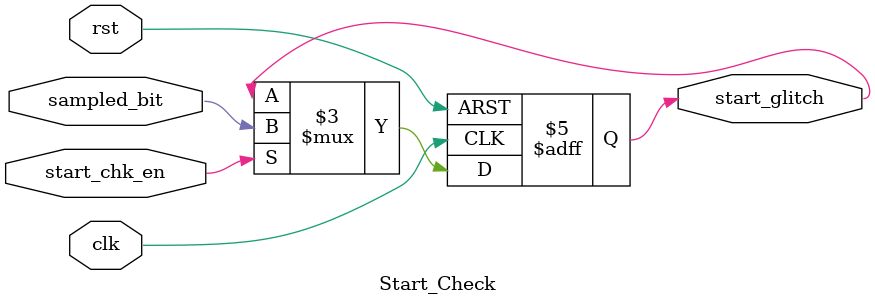
<source format=v>
module Start_Check (
	input wire clk,
	input wire rst,
	input wire start_chk_en,
	input wire sampled_bit,
	output reg start_glitch
);

always @(posedge clk or negedge rst) begin
	if(~rst) begin
		start_glitch <= 1'b0;
	end
	else if(start_chk_en) begin
		start_glitch <= sampled_bit;
		
		/*if(sampled_bit) begin
			start_glitch <= 1'b1;
		end 
		else begin
			start_glitch <= 1'b0;
		end*/
	end
end


endmodule

</source>
